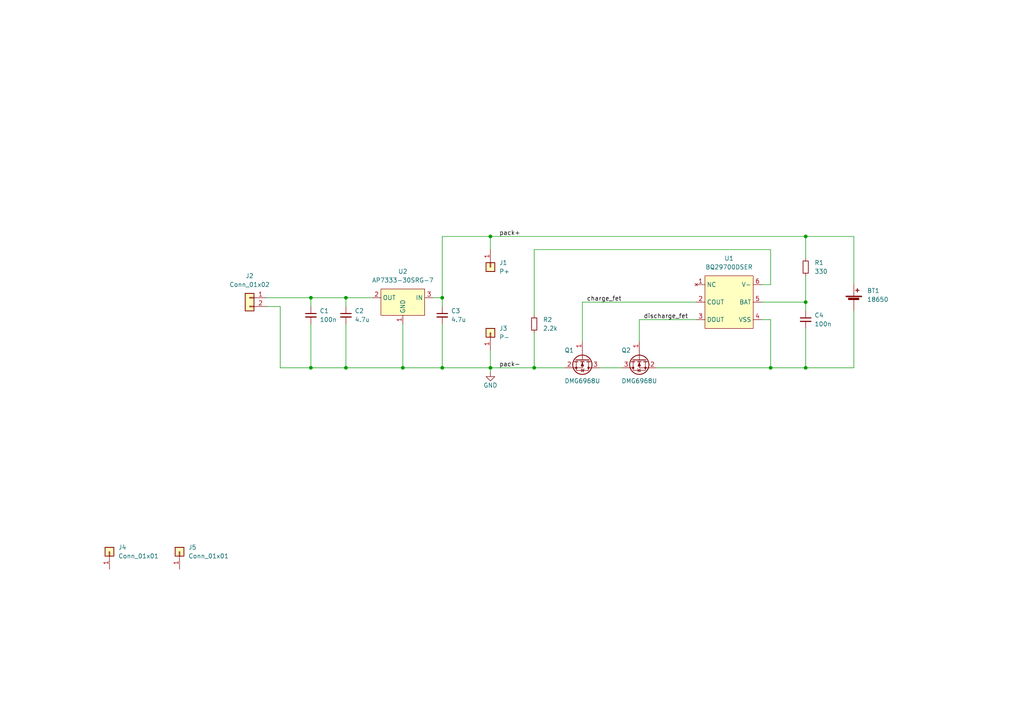
<source format=kicad_sch>
(kicad_sch (version 20211123) (generator eeschema)
  (paper "A4")
  (lib_symbols
    (symbol "1s_board:AP7333-30SRG-7"
      (property "Reference" "U" (at -5.08 3.81 0))
      (property "Value" "AP7333-30SRG-7" (at 10.16 -6.35 0))
      (symbol "AP7333-30SRG-7_0_1"
        (rectangle (start -6.35 2.54) (end 6.35 -5.08) (fill (type background)))
        (rectangle (start 5.08 -5.08) (end 5.08 -5.08))
      )
      (symbol "AP7333-30SRG-7_1_1"
        (pin output line (at 0 -7.62 90) (length 2.54) (name "GND") (number "1"))
        (pin output line (at 8.89 0 180) (length 2.54) (name "OUT") (number "2"))
        (pin output line (at -8.89 0 0) (length 2.54) (name "IN") (number "3"))
      )
    )
    (symbol "1s_board:BQ29700DSER"
      (property "Reference" "U" (at 1.27 3.81 0))
      (property "Value" "BQ29700DSER" (at 6.35 -13.97 0))
      (symbol "BQ29700DSER_0_1"
        (rectangle (start 0 2.54) (end 13.97 -12.7) (fill (type background)))
      )
      (symbol "BQ29700DSER_1_1"
        (pin no_connect line (at -2.54 0 0) (length 2.54) (name "NC") (number "1"))
        (pin output line (at -2.54 -5.08 0) (length 2.54) (name "COUT") (number "2"))
        (pin output line (at -2.54 -10.16 0) (length 2.54) (name "DOUT") (number "3"))
        (pin output line (at 16.51 -10.16 180) (length 2.54) (name "VSS") (number "4"))
        (pin output line (at 16.51 -5.08 180) (length 2.54) (name "BAT") (number "5"))
        (pin output line (at 16.51 0 180) (length 2.54) (name "V-") (number "6"))
      )
    )
    (symbol "Connector_Generic:Conn_01x01" (pin_names (offset 1.016) hide)
      (property "Reference" "J" (at 0 2.54 0))
      (property "Value" "Conn_01x01" (at 0 -2.54 0))
      (symbol "Conn_01x01_1_1"
        (rectangle (start -1.27 0.127) (end 0 -0.127) (stroke (width 0.1524)))
        (rectangle (start -1.27 1.27) (end 1.27 -1.27) (stroke (width 0.254)) (fill (type background)))
        (pin passive line (at -5.08 0 0) (length 3.81) (name "Pin_1") (number "1"))
      )
    )
    (symbol "Connector_Generic:Conn_01x02" (pin_names (offset 1.016) hide)
      (property "Reference" "J" (at 0 2.54 0))
      (property "Value" "Conn_01x02" (at 0 -5.08 0))
      (symbol "Conn_01x02_1_1"
        (rectangle (start -1.27 -2.413) (end 0 -2.667) (stroke (width 0.1524)))
        (rectangle (start -1.27 0.127) (end 0 -0.127) (stroke (width 0.1524)))
        (rectangle (start -1.27 1.27) (end 1.27 -3.81) (stroke (width 0.254)) (fill (type background)))
        (pin passive line (at -5.08 0 0) (length 3.81) (name "Pin_1") (number "1"))
        (pin passive line (at -5.08 -2.54 0) (length 3.81) (name "Pin_2") (number "2"))
      )
    )
    (symbol "Device:Battery_Cell" (pin_numbers hide) (pin_names (offset 0) hide)
      (property "Reference" "BT" (at 2.54 2.54 0))
      (property "Value" "Battery_Cell" (at 2.54 0 0))
      (symbol "Battery_Cell_0_1"
        (rectangle (start -2.286 1.778) (end 2.286 1.524) (fill (type outline)))
        (rectangle (start -1.5748 1.1938) (end 1.4732 0.6858) (fill (type outline)))
        (polyline (pts (xy 0 0.762) (xy 0 0)))
        (polyline (pts (xy 0 1.778) (xy 0 2.54)))
        (polyline (pts (xy 0.508 3.429) (xy 1.524 3.429)) (stroke (width 0.254)))
        (polyline (pts (xy 1.016 3.937) (xy 1.016 2.921)) (stroke (width 0.254)))
      )
      (symbol "Battery_Cell_1_1"
        (pin passive line (at 0 5.08 270) (length 2.54) (name "+") (number "1"))
        (pin passive line (at 0 -2.54 90) (length 2.54) (name "-") (number "2"))
      )
    )
    (symbol "Device:C_Small" (pin_numbers hide) (pin_names (offset 0.254) hide)
      (property "Reference" "C" (at 0.254 1.778 0))
      (property "Value" "C_Small" (at 0.254 -2.032 0))
      (symbol "C_Small_0_1"
        (polyline (pts (xy -1.524 -0.508) (xy 1.524 -0.508)) (stroke (width 0.3302)))
        (polyline (pts (xy -1.524 0.508) (xy 1.524 0.508)) (stroke (width 0.3048)))
      )
      (symbol "C_Small_1_1"
        (pin passive line (at 0 2.54 270) (length 2.032) (name "~") (number "1"))
        (pin passive line (at 0 -2.54 90) (length 2.032) (name "~") (number "2"))
      )
    )
    (symbol "Device:Q_NMOS_GSD" (pin_names (offset 0) hide)
      (property "Reference" "Q" (at 5.08 1.27 0))
      (property "Value" "Q_NMOS_GSD" (at 5.08 -1.27 0))
      (symbol "Q_NMOS_GSD_0_1"
        (polyline (pts (xy 0.254 0) (xy -2.54 0)))
        (polyline (pts (xy 0.254 1.905) (xy 0.254 -1.905)) (stroke (width 0.254)))
        (polyline (pts (xy 0.762 -1.27) (xy 0.762 -2.286)) (stroke (width 0.254)))
        (polyline (pts (xy 0.762 0.508) (xy 0.762 -0.508)) (stroke (width 0.254)))
        (polyline (pts (xy 0.762 2.286) (xy 0.762 1.27)) (stroke (width 0.254)))
        (polyline (pts (xy 2.54 2.54) (xy 2.54 1.778)))
        (polyline (pts (xy 2.54 -2.54) (xy 2.54 0) (xy 0.762 0)))
        (polyline (pts (xy 0.762 -1.778) (xy 3.302 -1.778) (xy 3.302 1.778) (xy 0.762 1.778)))
        (polyline (pts (xy 1.016 0) (xy 2.032 0.381) (xy 2.032 -0.381) (xy 1.016 0)) (fill (type outline)))
        (polyline (pts (xy 2.794 0.508) (xy 2.921 0.381) (xy 3.683 0.381) (xy 3.81 0.254)))
        (polyline (pts (xy 3.302 0.381) (xy 2.921 -0.254) (xy 3.683 -0.254) (xy 3.302 0.381)))
        (circle (center 1.651 0) (radius 2.794) (stroke (width 0.254)))
        (circle (center 2.54 -1.778) (radius 0.254) (fill (type outline)))
        (circle (center 2.54 1.778) (radius 0.254) (fill (type outline)))
      )
      (symbol "Q_NMOS_GSD_1_1"
        (pin input line (at -5.08 0 0) (length 2.54) (name "G") (number "1"))
        (pin passive line (at 2.54 -5.08 90) (length 2.54) (name "S") (number "2"))
        (pin passive line (at 2.54 5.08 270) (length 2.54) (name "D") (number "3"))
      )
    )
    (symbol "Device:R_Small" (pin_numbers hide) (pin_names (offset 0.254) hide)
      (property "Reference" "R" (at 0.762 0.508 0))
      (property "Value" "R_Small" (at 0.762 -1.016 0))
      (symbol "R_Small_0_1"
        (rectangle (start -0.762 1.778) (end 0.762 -1.778) (stroke (width 0.2032)))
      )
      (symbol "R_Small_1_1"
        (pin passive line (at 0 2.54 270) (length 0.762) (name "~") (number "1"))
        (pin passive line (at 0 -2.54 90) (length 0.762) (name "~") (number "2"))
      )
    )
    (symbol "power:GND" (power) (pin_names (offset 0))
      (property "Value" "GND" (at 0 -3.81 0))
      (symbol "GND_0_1"
        (polyline (pts (xy 0 0) (xy 0 -1.27) (xy 1.27 -1.27) (xy 0 -2.54) (xy -1.27 -1.27) (xy 0 -1.27)))
      )
      (symbol "GND_1_1"
        (pin power_in line (at 0 0 270) (length 0) hide (name "GND") (number "1"))
      )
    )
  )
  (junction (at 154.94 106.68))
  (junction (at 142.24 106.68))
  (junction (at 90.17 106.68))
  (junction (at 100.33 86.36))
  (junction (at 142.24 68.58))
  (junction (at 100.33 106.68))
  (junction (at 233.68 87.63))
  (junction (at 128.27 86.36))
  (junction (at 90.17 86.36))
  (junction (at 116.84 106.68))
  (junction (at 128.27 106.68))
  (junction (at 233.68 68.58))
  (junction (at 223.52 106.68))
  (junction (at 233.68 106.68))
  (wire (pts (xy 116.84 106.68) (xy 128.27 106.68)))
  (wire (pts (xy 142.24 101.6) (xy 142.24 106.68)))
  (wire (pts (xy 154.94 72.39) (xy 223.52 72.39)))
  (wire (pts (xy 81.28 106.68) (xy 90.17 106.68)))
  (wire (pts (xy 247.65 68.58) (xy 233.68 68.58)))
  (wire (pts (xy 247.65 106.68) (xy 233.68 106.68)))
  (wire (pts (xy 100.33 86.36) (xy 100.33 88.9)))
  (wire (pts (xy 223.52 92.71) (xy 223.52 106.68)))
  (wire (pts (xy 233.68 106.68) (xy 223.52 106.68)))
  (wire (pts (xy 185.42 92.71) (xy 185.42 99.06)))
  (wire (pts (xy 142.24 106.68) (xy 142.24 107.95)))
  (wire (pts (xy 100.33 106.68) (xy 116.84 106.68)))
  (wire (pts (xy 233.68 87.63) (xy 233.68 80.01)))
  (wire (pts (xy 128.27 106.68) (xy 142.24 106.68)))
  (wire (pts (xy 154.94 106.68) (xy 154.94 96.52)))
  (wire (pts (xy 247.65 82.55) (xy 247.65 68.58)))
  (wire (pts (xy 142.24 106.68) (xy 154.94 106.68)))
  (wire (pts (xy 107.95 86.36) (xy 100.33 86.36)))
  (wire (pts (xy 223.52 82.55) (xy 220.98 82.55)))
  (wire (pts (xy 142.24 68.58) (xy 142.24 72.39)))
  (wire (pts (xy 233.68 95.25) (xy 233.68 106.68)))
  (wire (pts (xy 128.27 93.98) (xy 128.27 106.68)))
  (wire (pts (xy 90.17 106.68) (xy 100.33 106.68)))
  (wire (pts (xy 81.28 88.9) (xy 81.28 106.68)))
  (wire (pts (xy 173.99 106.68) (xy 180.34 106.68)))
  (wire (pts (xy 77.47 86.36) (xy 90.17 86.36)))
  (wire (pts (xy 90.17 93.98) (xy 90.17 106.68)))
  (wire (pts (xy 125.73 86.36) (xy 128.27 86.36)))
  (wire (pts (xy 220.98 92.71) (xy 223.52 92.71)))
  (wire (pts (xy 233.68 87.63) (xy 233.68 90.17)))
  (wire (pts (xy 100.33 93.98) (xy 100.33 106.68)))
  (wire (pts (xy 168.91 87.63) (xy 201.93 87.63)))
  (wire (pts (xy 190.5 106.68) (xy 223.52 106.68)))
  (wire (pts (xy 168.91 87.63) (xy 168.91 99.06)))
  (wire (pts (xy 185.42 92.71) (xy 201.93 92.71)))
  (wire (pts (xy 100.33 86.36) (xy 90.17 86.36)))
  (wire (pts (xy 128.27 88.9) (xy 128.27 86.36)))
  (wire (pts (xy 128.27 68.58) (xy 142.24 68.58)))
  (wire (pts (xy 90.17 86.36) (xy 90.17 88.9)))
  (wire (pts (xy 154.94 91.44) (xy 154.94 72.39)))
  (wire (pts (xy 233.68 68.58) (xy 233.68 74.93)))
  (wire (pts (xy 116.84 93.98) (xy 116.84 106.68)))
  (wire (pts (xy 77.47 88.9) (xy 81.28 88.9)))
  (wire (pts (xy 128.27 86.36) (xy 128.27 68.58)))
  (wire (pts (xy 142.24 68.58) (xy 233.68 68.58)))
  (wire (pts (xy 247.65 90.17) (xy 247.65 106.68)))
  (wire (pts (xy 220.98 87.63) (xy 233.68 87.63)))
  (wire (pts (xy 223.52 82.55) (xy 223.52 72.39)))
  (wire (pts (xy 163.83 106.68) (xy 154.94 106.68)))
  (label "charge_fet" (at 170.18 87.63 0))
  (label "pack+" (at 144.78 68.58 0))
  (label "discharge_fet" (at 186.69 92.71 0))
  (label "pack-" (at 144.78 106.68 0))
  (symbol (lib_id "Connector_Generic:Conn_01x02") (at 72.39 86.36 0) (mirror y) (unit 1)
    (property "Reference" "J2" (at 72.39 80.01 0))
    (property "Value" "Conn_01x02" (at 72.39 82.55 0))
    (property "Footprint" "Connector_JST:JST_PH_B2B-PH-K_1x02_P2.00mm_Vertical" (effects hide))
  )
  (symbol (lib_id "Device:C_Small") (at 90.17 91.44 0) (unit 1)
    (property "Reference" "C1" (at 92.71 90.1762 0) (effects (justify left)))
    (property "Value" "100n" (at 92.71 92.7162 0) (effects (justify left)))
    (property "Footprint" "Capacitor_SMD:C_1206_3216Metric" (effects hide))
  )
  (symbol (lib_id "Device:Q_NMOS_GSD") (at 168.91 104.14 270) (unit 1)
    (property "Reference" "Q1" (at 165.1 101.6 90))
    (property "Value" "DMG6968U" (at 168.91 110.49 90))
    (property "Footprint" "Package_TO_SOT_SMD:SOT-23" (effects hide))
  )
  (symbol (lib_id "Connector_Generic:Conn_01x01") (at 31.75 160.02 90) (unit 1)
    (property "Reference" "J4" (at 34.29 158.7499 90) (effects (justify right)))
    (property "Value" "Conn_01x01" (at 34.29 161.2899 90) (effects (justify right)))
    (property "Footprint" "MountingHole:MountingHole_3.2mm_M3" (effects hide))
  )
  (symbol (lib_id "Device:C_Small") (at 100.33 91.44 0) (unit 1)
    (property "Reference" "C2" (at 102.87 90.1762 0) (effects (justify left)))
    (property "Value" "4.7u" (at 102.87 92.7162 0) (effects (justify left)))
    (property "Footprint" "Capacitor_SMD:C_1206_3216Metric" (effects hide))
  )
  (symbol (lib_id "Connector_Generic:Conn_01x01") (at 52.07 160.02 90) (unit 1)
    (property "Reference" "J5" (at 54.61 158.7499 90) (effects (justify right)))
    (property "Value" "Conn_01x01" (at 54.61 161.2899 90) (effects (justify right)))
    (property "Footprint" "MountingHole:MountingHole_3.2mm_M3" (effects hide))
  )
  (symbol (lib_id "Device:Q_NMOS_GSD") (at 185.42 104.14 90) (mirror x) (unit 1)
    (property "Reference" "Q2" (at 181.61 101.6 90))
    (property "Value" "DMG6968U" (at 185.42 110.49 90))
    (property "Footprint" "Package_TO_SOT_SMD:SOT-23" (effects hide))
  )
  (symbol (lib_id "Device:R_Small") (at 233.68 77.47 0) (unit 1)
    (property "Reference" "R1" (at 236.22 76.1999 0) (effects (justify left)))
    (property "Value" "330" (at 236.22 78.7399 0) (effects (justify left)))
    (property "Footprint" "Resistor_SMD:R_1206_3216Metric" (effects hide))
  )
  (symbol (lib_id "1s_board:BQ29700DSER") (at 204.47 82.55 0) (unit 1)
    (property "Reference" "U1" (at 211.455 74.93 0))
    (property "Value" "BQ29700DSER" (at 211.455 77.47 0))
    (property "Footprint" "1s_board:BQ29700DSER" (effects hide))
  )
  (symbol (lib_id "Device:Battery_Cell") (at 247.65 87.63 0) (unit 1)
    (property "Reference" "BT1" (at 251.46 84.3279 0) (effects (justify left)))
    (property "Value" "18650" (at 251.46 86.8679 0) (effects (justify left)))
    (property "Footprint" "1s_board:KEYSTONE-534-1043" (effects hide))
  )
  (symbol (lib_id "Connector_Generic:Conn_01x01") (at 142.24 77.47 270) (unit 1)
    (property "Reference" "J1" (at 144.78 76.1999 90) (effects (justify left)))
    (property "Value" "P+" (at 144.78 78.7399 90) (effects (justify left)))
    (property "Footprint" "TestPoint:TestPoint_Loop_D2.60mm_Drill0.9mm_Beaded" (effects hide))
  )
  (symbol (lib_id "Device:C_Small") (at 233.68 92.71 0) (unit 1)
    (property "Reference" "C4" (at 236.22 91.4462 0) (effects (justify left)))
    (property "Value" "100n" (at 236.22 93.9862 0) (effects (justify left)))
    (property "Footprint" "Capacitor_SMD:C_1206_3216Metric" (effects hide))
  )
  (symbol (lib_id "Device:C_Small") (at 128.27 91.44 0) (unit 1)
    (property "Reference" "C3" (at 130.81 90.1762 0) (effects (justify left)))
    (property "Value" "4.7u" (at 130.81 92.7162 0) (effects (justify left)))
    (property "Footprint" "Capacitor_SMD:C_1206_3216Metric" (effects hide))
  )
  (symbol (lib_id "Connector_Generic:Conn_01x01") (at 142.24 96.52 90) (unit 1)
    (property "Reference" "J3" (at 144.78 95.2499 90) (effects (justify right)))
    (property "Value" "P-" (at 144.78 97.7899 90) (effects (justify right)))
    (property "Footprint" "TestPoint:TestPoint_Loop_D2.60mm_Drill0.9mm_Beaded" (effects hide))
  )
  (symbol (lib_id "Device:R_Small") (at 154.94 93.98 0) (unit 1)
    (property "Reference" "R2" (at 157.48 92.7099 0) (effects (justify left)))
    (property "Value" "2.2k" (at 157.48 95.2499 0) (effects (justify left)))
    (property "Footprint" "Resistor_SMD:R_1206_3216Metric" (effects hide))
  )
  (symbol (lib_id "power:GND") (at 142.24 107.95 0) (unit 1)
    (property "Reference" "#PWR0101" (effects hide))
    (property "Value" "GND" (at 142.24 111.76 0))
  )
  (symbol (lib_id "1s_board:AP7333-30SRG-7") (at 116.84 86.36 0) (mirror y) (unit 1)
    (property "Reference" "U2" (at 116.84 78.74 0))
    (property "Value" "AP7333-30SRG-7" (at 116.84 81.28 0))
    (property "Footprint" "Package_TO_SOT_SMD:SOT-23" (effects hide))
  )
)
</source>
